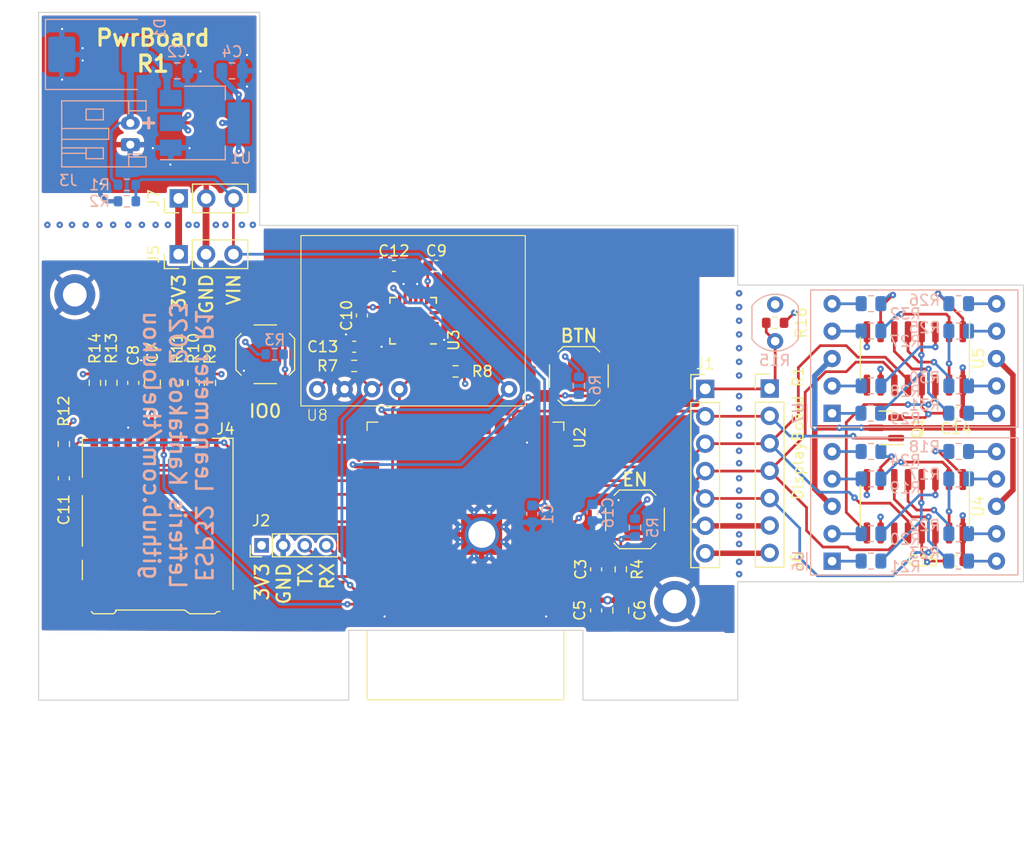
<source format=kicad_pcb>
(kicad_pcb (version 20221018) (generator pcbnew)
  (title_block (title "ESP32 Leanometer") (date "2023-04-15") (rev "R1") (company "github.com/theloukou/Leanometer") (comment 1 "Lefteris Kantakos"))
  (layers (0 "F.Cu" signal) (1 "In1.Cu" signal) (2 "In2.Cu" signal) (31 "B.Cu" signal) (34 "B.Paste" user) (35 "F.Paste" user) (36 "B.SilkS" user "B.Silkscreen") (37 "F.SilkS" user "F.Silkscreen") (38 "B.Mask" user) (39 "F.Mask" user) (44 "Edge.Cuts" user))
  (net 0 "")
  (net 1 "GND")
  (net 2 "/MainBoard/ADC_VBAT")
  (net 3 "+BATT")
  (net 4 "/MainBoard/EN")
  (net 5 "+3V3")
  (net 6 "/MainBoard/SD_DET_B")
  (net 7 "Net-(U3-REGOUT)")
  (net 8 "Net-(U3-CPOUT)")
  (net 9 "/DisplayBoard/ADC_LDR")
  (net 10 "/DisplayBoard/DISP_DATA")
  (net 11 "/DisplayBoard/DISP_CLOCK")
  (net 12 "/DisplayBoard/DISP_LATCH")
  (net 13 "/DisplayBoard/DISP_BRIGHT")
  (net 14 "/MainBoard/RX")
  (net 15 "/MainBoard/TX")
  (net 16 "/MainBoard/SD_D2")
  (net 17 "/MainBoard/SD_SS")
  (net 18 "/MainBoard/SD_MOSI")
  (net 19 "/MainBoard/SD_SCK")
  (net 20 "/MainBoard/SD_MISO")
  (net 21 "/MainBoard/SD_D1")
  (net 22 "/MainBoard/I2C_SCL")
  (net 23 "/MainBoard/I2C_SDA")
  (net 24 "/DisplayBoard/LED_CATH")
  (net 25 "/MainBoard/IO0")
  (net 26 "/MainBoard/BUT")
  (net 41 "/MainBoard/IMU_INT")
  (net 56 "/DisplayBoard/SH_REG_OUT_1")
  (net 57 "Net-(U5-QA)")
  (net 58 "Net-(U7-A)")
  (net 59 "Net-(U5-QB)")
  (net 60 "Net-(U7-B)")
  (net 61 "Net-(U5-QC)")
  (net 62 "Net-(U7-C)")
  (net 63 "Net-(U5-QD)")
  (net 64 "Net-(U7-D)")
  (net 65 "Net-(U5-QE)")
  (net 66 "Net-(U7-E)")
  (net 67 "Net-(U5-QF)")
  (net 68 "Net-(U7-F)")
  (net 69 "Net-(U5-QG)")
  (net 70 "Net-(U7-G)")
  (net 71 "Net-(U5-QH)")
  (net 72 "Net-(U7-DP)")
  (net 74 "Net-(U6-G)")
  (net 75 "Net-(U6-F)")
  (net 76 "Net-(U6-E)")
  (net 77 "Net-(U6-DP)")
  (net 78 "Net-(U6-D)")
  (net 79 "Net-(U6-C)")
  (net 80 "Net-(U6-B)")
  (net 81 "Net-(U6-A)")
  (net 82 "Net-(U4-QH)")
  (net 83 "Net-(U4-QG)")
  (net 84 "Net-(U4-QF)")
  (net 85 "Net-(U4-QE)")
  (net 86 "Net-(U4-QD)")
  (net 87 "Net-(U4-QC)")
  (net 88 "Net-(U4-QB)")
  (net 89 "Net-(U4-QA)")
  (footprint "Resistor_SMD:R_0603_1608Metric" (layer "F.Cu") (at 130.302 94.361)
    (fp_text reference "R7")
    (fp_text value "10K")
  )
  (footprint "Package_TO_SOT_SMD:SOT-23" (layer "F.Cu") (at 179.61 100.102 180)
    (fp_text reference "Q1")
    (fp_text value "BSS138")
  )
  (footprint "Connector_Card:microSD_HC_Hirose_DM3AT-SF-PEJM5" (layer "F.Cu") (at 112.07 108.957)
    (fp_text reference "J4")
    (fp_text value "DM3AT-SF-PEJM5")
  )
  (footprint "Package_SO:SOIC-16_3.9x9.9mm_P1.27mm" (layer "F.Cu") (at 182.2855 107.372 -90)
    (fp_text reference "U4")
    (fp_text value "74HC595")
  )
  (footprint "MPU6050(GY-521):GY-521_NoSlave+AD0" (layer "F.Cu") (at 135.763 90.17 180)
    (fp_text reference "U8")
    (fp_text value "GY-521")
  )
  (footprint "Capacitor_SMD:C_0805_2012Metric" (layer "F.Cu") (at 155.017 117.031 90)
    (fp_text reference "C5")
    (fp_text value "22uF")
  )
  (footprint "Button_Switch_SMD:SW_SPST_SKQG_WithStem" (layer "F.Cu") (at 156.337 108.585 180)
    (fp_text reference "SW2" hide)
    (fp_text value "SW_Push")
  )
  (footprint "Resistor_SMD:R_0603_1608Metric" (layer "F.Cu") (at 103.378 101.6 -90)
    (fp_text reference "R12")
    (fp_text value "10K")
  )
  (footprint "Sensor_Motion:InvenSense_QFN-24_4x4mm_P0.5mm" (layer "F.Cu") (at 135.763 90.17 180)
    (fp_text reference "U3")
    (fp_text value "MPU-6050")
  )
  (footprint "Connector_PinHeader_2.54mm:PinHeader_1x03_P2.54mm_Vertical" (layer "F.Cu") (at 114.024 84.005 90)
    (fp_text reference "J5")
    (fp_text value "Conn_01x03")
  )
  (footprint "Resistor_SMD:R_0603_1608Metric" (layer "F.Cu") (at 155.017 113.221 90)
    (fp_text reference "R4")
    (fp_text value "10K")
  )
  (footprint "Connector_PinHeader_2.54mm:PinHeader_1x07_P2.54mm_Vertical" (layer "F.Cu") (at 162.846 96.49)
    (fp_text reference "J1")
    (fp_text value "Conn_01x07")
  )
  (footprint "RF_Module:ESP32-WROOM-32D" (layer "F.Cu") (at 140.616 109.449 180)
    (fp_text reference "U2")
    (fp_text value "ESP32-WROOM-32D")
  )
  (footprint "Connector_PinHeader_2.54mm:PinHeader_1x03_P2.54mm_Vertical" (layer "F.Cu") (at 114.039 78.83 90)
    (fp_text reference "J7")
    (fp_text value "Conn_01x03")
  )
  (footprint "Resistor_SMD:R_0603_1608Metric" (layer "F.Cu") (at 139.7 94.869 180)
    (fp_text reference "R8")
    (fp_text value "10K")
  )
  (footprint "MountingHole:MountingHole_2.2mm_M2_DIN965_Pad" (layer "F.Cu") (at 104.394 87.757)
    (fp_text reference "H1" hide)
    (fp_text value "MountingHole_Pad")
  )
  (footprint "Resistor_SMD:R_0603_1608Metric" (layer "F.Cu") (at 106.258 95.928 -90)
    (fp_text reference "R14")
    (fp_text value "10K")
  )
  (footprint "Capacitor_SMD:C_0603_1608Metric" (layer "F.Cu") (at 186.0955 98.746 180)
    (fp_text reference "C14")
    (fp_text value "100nF")
  )
  (footprint "Capacitor_SMD:C_0603_1608Metric" (layer "F.Cu") (at 152.731 113.221 90)
    (fp_text reference "C3")
    (fp_text value "100nF")
  )
  (footprint "Connector_PinHeader_2.54mm:PinHeader_1x07_P2.54mm_Vertical" (layer "F.Cu") (at 168.8235 96.455)
    (fp_text reference "J6")
    (fp_text value "Conn_01x07")
  )
  (footprint "Capacitor_SMD:C_0603_1608Metric" (layer "F.Cu") (at 103.378 104.775 90)
    (fp_text reference "C11")
    (fp_text value "100nF")
  )
  (footprint "Resistor_SMD:R_0603_1608Metric" (layer "F.Cu") (at 169.3315 90.364)
    (fp_text reference "R16")
    (fp_text value "10K")
  )
  (footprint "Capacitor_SMD:C_0805_2012Metric" (layer "F.Cu") (at 111.592 95.928 90)
    (fp_text reference "C7")
    (fp_text value "10uF")
  )
  (footprint "Capacitor_SMD:C_0603_1608Metric" (layer "F.Cu") (at 137.922 85.09)
    (fp_text reference "C9")
    (fp_text value "100nF")
  )
  (footprint "Capacitor_SMD:C_0603_1608Metric" (layer "F.Cu") (at 133.985 85.09)
    (fp_text reference "C12")
    (fp_text value "100nF")
  )
  (footprint "Connector_PinHeader_2.00mm:PinHeader_1x04_P2.00mm_Vertical" (layer "F.Cu") (at 121.714 110.998 90)
    (fp_text reference "J2")
    (fp_text value "PROG")
  )
  (footprint "Capacitor_SMD:C_0603_1608Metric" (layer "F.Cu") (at 186.0955 112.452 180)
    (fp_text reference "C15")
    (fp_text value "100nF")
  )
  (footprint "Package_SO:SOIC-16_3.9x9.9mm_P1.27mm" (layer "F.Cu") (at 182.2855 93.666 -90)
    (fp_text reference "U5")
    (fp_text value "74HC595")
  )
  (footprint "Capacitor_SMD:C_0603_1608Metric" (layer "F.Cu") (at 109.814 95.928 -90)
    (fp_text reference "C8")
    (fp_text value "100nF")
  )
  (footprint "Resistor_SMD:R_0603_1608Metric" (layer "F.Cu") (at 115.402 95.928 -90)
    (fp_text reference "R10")
    (fp_text value "10K")
  )
  (footprint "Resistor_SMD:R_0603_1608Metric" (layer "F.Cu") (at 107.782 95.928 -90)
    (fp_text reference "R13")
    (fp_text value "10K")
  )
  (footprint "Capacitor_SMD:C_0603_1608Metric" (layer "F.Cu") (at 130.302 92.583)
    (fp_text reference "C13")
    (fp_text value "2.2nF")
  )
  (footprint "Button_Switch_SMD:SW_SPST_SKQG_WithStem" (layer "F.Cu") (at 151.13 95.294 180)
    (fp_text reference "SW3" hide)
    (fp_text value "SW_Push")
  )
  (footprint "Capacitor_SMD:C_0603_1608Metric" (layer "F.Cu") (at 131.019 89.682 90)
    (fp_text reference "C10")
    (fp_text value "100nF")
  )
  (footprint "Capacitor_SMD:C_0603_1608Metric" (layer "F.Cu") (at 152.731 117.031 -90)
    (fp_text reference "C6")
    (fp_text value "100nF")
  )
  (footprint "Button_Switch_SMD:SW_SPST_SKQG_WithStem" (layer "F.Cu") (at 122.0555 93.2815 -90)
    (fp_text reference "SW1" hide)
    (fp_text value "SW_Push")
  )
  (footprint "MountingHole:MountingHole_2.2mm_M2_DIN965_Pad" (layer "F.Cu") (at 160.02 116.205)
    (fp_text reference "H2" hide)
    (fp_text value "MountingHole_Pad")
  )
  (footprint "Resistor_SMD:R_0603_1608Metric" (layer "F.Cu") (at 113.878 95.928 -90)
    (fp_text reference "R11")
    (fp_text value "10K")
  )
  (footprint "Resistor_SMD:R_0603_1608Metric" (layer "F.Cu") (at 116.926 95.928 -90)
    (fp_text reference "R9")
    (fp_text value "10K")
  )
  (footprint "Resistor_SMD:R_0603_1608Metric" (layer "B.Cu") (at 156.337 109.347 -90)
    (fp_text reference "R5")
    (fp_text value "10K")
  )
  (footprint "Resistor_SMD:R_0805_2012Metric" (layer "B.Cu") (at 186.3495 109.912)
    (fp_text reference "R22")
    (fp_text value "100R")
  )
  (footprint "Resistor_SMD:R_0603_1608Metric" (layer "B.Cu") (at 122.9255 93.2815)
    (fp_text reference "R3")
    (fp_text value "10K")
  )
  (footprint "Package_TO_SOT_SMD:SOT-223-3_TabPin2" (layer "B.Cu") (at 116.439 71.83)
    (fp_text reference "U1")
    (fp_text value "LD1117S33TR_SOT223")
  )
  (footprint "Capacitor_SMD:C_0603_1608Metric" (layer "B.Cu") (at 146.812 108.077 90)
    (fp_text reference "C1")
    (fp_text value "100nF")
  )
  (footprint "Resistor_SMD:R_0805_2012Metric" (layer "B.Cu") (at 178.2215 104.832 180)
    (fp_text reference "R19")
    (fp_text value "100R")
  )
  (footprint "Resistor_SMD:R_0805_2012Metric" (layer "B.Cu") (at 186.3495 88.586)
    (fp_text reference "R26")
    (fp_text value "100R")
  )
  (footprint "Diode_SMD:D_SMC" (layer "B.Cu") (at 106.5838 65.48)
    (fp_text reference "D1")
    (fp_text value "SMCJ15A")
  )
  (footprint "Resistor_SMD:R_0805_2012Metric" (layer "B.Cu") (at 186.3495 98.746)
    (fp_text reference "R31")
    (fp_text value "100R")
  )
  (footprint "Capacitor_SMD:C_0805_2012Metric" (layer "B.Cu") (at 118.979 67.004)
    (fp_text reference "C4")
    (fp_text value "10uF")
  )
  (footprint "Resistor_SMD:R_0805_2012Metric" (layer "B.Cu") (at 178.2215 91.126 180)
    (fp_text reference "R27")
    (fp_text value "100R")
  )
  (footprint "Display_7Segment:D1X8K" (layer "B.Cu") (at 174.612 112.462)
    (fp_text reference "U6")
    (fp_text value "D168K")
  )
  (footprint "Resistor_SMD:R_0805_2012Metric" (layer "B.Cu") (at 186.3495 91.126)
    (fp_text reference "R25")
    (fp_text value "100R")
  )
  (footprint "Resistor_SMD:R_0805_2012Metric" (layer "B.Cu") (at 186.3495 104.832)
    (fp_text reference "R17")
    (fp_text value "100R")
  )
  (footprint "Resistor_SMD:R_0805_2012Metric" (layer "B.Cu") (at 178.2215 109.912 180)
    (fp_text reference "R20")
    (fp_text value "100R")
  )
  (footprint "Resistor_SMD:R_0805_2012Metric" (layer "B.Cu") (at 186.3495 96.206)
    (fp_text reference "R30")
    (fp_text value "100R")
  )
  (footprint "Display_7Segment:D1X8K" (layer "B.Cu") (at 174.612 98.758)
    (fp_text reference "U7")
    (fp_text value "D168K")
  )
  (footprint "Resistor_SMD:R_0805_2012Metric" (layer "B.Cu") (at 178.197 98.746 180)
    (fp_text reference "R29")
    (fp_text value "100R")
  )
  (footprint "OptoDevice:R_LDR_5.1x4.3mm_P3.4mm_Vertical" (layer "B.Cu") (at 169.3315 88.664 -90)
    (fp_text reference "R15")
    (fp_text value "LDR07")
  )
  (footprint "Resistor_SMD:R_0805_2012Metric" (layer "B.Cu") (at 178.2215 88.586 180)
    (fp_text reference "R32")
    (fp_text value "100R")
  )
  (footprint "Capacitor_SMD:C_0805_2012Metric" (layer "B.Cu") (at 113.899 67.004)
    (fp_text reference "C2")
    (fp_text value "10uF")
  )
  (footprint "Resistor_SMD:R_0603_1608Metric" (layer "B.Cu") (at 109.2254 77.5704)
    (fp_text reference "R1")
    (fp_text value "33K")
  )
  (footprint "Resistor_SMD:R_0805_2012Metric" (layer "B.Cu") (at 178.2215 112.452 180)
    (fp_text reference "R21")
    (fp_text value "100R")
  )
  (footprint "Resistor_SMD:R_0805_2012Metric" (layer "B.Cu") (at 186.3495 102.292)
    (fp_text reference "R18")
    (fp_text value "100R")
  )
  (footprint "Resistor_SMD:R_0603_1608Metric" (layer "B.Cu") (at 151.13 96.202 -90)
    (fp_text reference "R6")
    (fp_text value "10K")
  )
  (footprint "Resistor_SMD:R_0805_2012Metric" (layer "B.Cu") (at 186.3495 112.452)
    (fp_text reference "R23")
    (fp_text value "100R")
  )
  (footprint "Resistor_SMD:R_0805_2012Metric" (layer "B.Cu") (at 178.2215 96.206 180)
    (fp_text reference "R28")
    (fp_text value "100R")
  )
  (footprint "Resistor_SMD:R_0603_1608Metric" (layer "B.Cu") (at 109.2254 79.0944 180)
    (fp_text reference "R2")
    (fp_text value "8.2K")
  )
  (footprint "Resistor_SMD:R_0805_2012Metric" (layer "B.Cu") (at 178.2215 102.292 180)
    (fp_text reference "R24")
    (fp_text value "100R")
  )
  (footprint "Connector_JST:JST_PH_S2B-PH-K_1x02_P2.00mm_Horizontal" (layer "B.Cu") (at 109.5418 73.846 90)
    (fp_text reference "J3")
    (fp_text value "VBAT")
  )
  (footprint "Capacitor_SMD:C_0603_1608Metric" (layer "B.Cu") (at 152.4 107.963 90)
    (fp_text reference "C16")
    (fp_text value "100nF")
  )
  (gr_line (start 192.362 114.368) (end 165.862 114.368) (stroke (width 0.1)) (layer "Edge.Cuts"))
  (gr_line (start 165.862 114.368) (end 165.862 125.349) (stroke (width 0.1)) (layer "Edge.Cuts"))
  (gr_line (start 101.039 81.33) (end 101.039 125.349) (stroke (width 0.1)) (layer "Edge.Cuts"))
  (gr_line (start 165.862 81.33) (end 165.862 86.868) (stroke (width 0.1)) (layer "Edge.Cuts"))
  (gr_line (start 121.539 61.58) (end 121.539 81.33) (stroke (width 0.1)) (layer "Edge.Cuts"))
  (gr_line (start 121.539 81.33) (end 165.862 81.33) (stroke (width 0.1)) (layer "Edge.Cuts"))
  (gr_line (start 192.362 86.868) (end 192.362 114.368) (stroke (width 0.1)) (layer "Edge.Cuts"))
  (gr_line (start 101.039 125.349) (end 129.794 125.349) (stroke (width 0.1)) (layer "Edge.Cuts"))
  (gr_line (start 121.539 61.58) (end 101.039 61.58) (stroke (width 0.1)) (layer "Edge.Cuts"))
  (gr_line (start 101.039 61.58) (end 101.039 81.33) (stroke (width 0.1)) (layer "Edge.Cuts"))
  (gr_line (start 129.794 118.872) (end 129.794 125.349) (stroke (width 0.1)) (layer "Edge.Cuts"))
  (gr_line (start 165.862 125.349) (end 151.511 125.349) (stroke (width 0.1)) (layer "Edge.Cuts"))
  (gr_line (start 151.511 118.872) (end 129.794 118.872) (stroke (width 0.1)) (layer "Edge.Cuts"))
  (gr_line (start 165.862 86.868) (end 192.362 86.868) (stroke (width 0.1)) (layer "Edge.Cuts"))
  (gr_line (start 151.511 125.349) (end 151.511 118.872) (stroke (width 0.1)) (layer "Edge.Cuts"))
  (gr_text "+" (at 111.252 71.755) (layer "B.SilkS") (effects (font (size 1.2 1.2) (thickness 0.3) bold)))
  (gr_text "ESP32 Leanometer R1\nLefteris Kantakos 2023\ngithub.com/theloukou" (at 113.919 101.727 -90) (layer "B.SilkS") (effects (font (size 1.5 1.5) (thickness 0.25) bold) (justify mirror)))
  (gr_text "3V3\nGND\nTX\nRX" (at 121.031 112.522 90) (layer "F.SilkS") (effects (font (size 1.25 1.25) (thickness 0.2) bold) (justify right top)))
  (gr_text "EN" (at 156.337 104.902) (layer "F.SilkS") (effects (font (size 1.2 1.2) (thickness 0.2) bold)))
  (gr_text "BTN" (at 151.13 91.567) (layer "F.SilkS") (effects (font (size 1.2 1.2) (thickness 0.2) bold)))
  (gr_text "IO0" (at 122.047 98.552) (layer "F.SilkS") (effects (font (size 1.2 1.2) (thickness 0.2) bold)))
  (gr_text "VIN" (at 119.126 85.725 90) (layer "F.SilkS") (effects (font (size 1.2 1.2) (thickness 0.2) bold) (justify right)))
  (gr_text "PwrBoard\nR1" (at 111.633 65.151) (layer "F.SilkS") (effects (font (size 1.5 1.5) (thickness 0.3) bold)))
  (gr_text "GND" (at 116.586 85.725 90) (layer "F.SilkS") (effects (font (size 1.2 1.2) (thickness 0.2) bold) (justify right)))
  (gr_text "DisplayBoard R1" (at 171.45 100.584 90) (layer "F.SilkS") (effects (font (size 1 1))))
  (gr_text "3V3" (at 114.046 85.725 90) (layer "F.SilkS") (effects (font (size 1.2 1.2) (thickness 0.2) bold) (justify right)))
  (via (at 109.347 81.28) (size 0.6) (drill 0.2) (layers "F.Cu" "B.Cu") (net 0))
  (via (at 117.475 81.28) (size 0.6) (drill 0.2) (layers "F.Cu" "B.Cu") (net 0))
  (via (at 165.989 109.982) (size 0.6) (drill 0.2) (layers "F.Cu" "B.Cu") (net 0))
  (via (at 165.989 112.522) (size 0.6) (drill 0.2) (layers "F.Cu" "B.Cu") (net 0))
  (via (at 165.989 103.378) (size 0.6) (drill 0.2) (layers "F.Cu" "B.Cu") (net 0))
  (via (at 110.617 81.28) (size 0.6) (drill 0.2) (layers "F.Cu" "B.Cu") (net 0))
  (via (at 101.854 81.28) (size 0.6) (drill 0.2) (layers "F.Cu" "B.Cu") (net 0))
  (via (at 115.697 81.28) (size 0.6) (drill 0.2) (layers "F.Cu" "B.Cu") (net 0))
  (via (at 104.14 81.28) (size 0.6) (drill 0.2) (layers "F.Cu" "B.Cu") (net 0))
  (via (at 165.989 110.871) (size 0.6) (drill 0.2) (layers "F.Cu" "B.Cu") (net 0))
  (via (at 105.41 81.28) (size 0.6) (drill 0.2) (layers "F.Cu" "B.Cu") (net 0))
  (via (at 165.989 113.665) (size 0.6) (drill 0.2) (layers "F.Cu" "B.Cu") (net 0))
  (via (at 113.03 81.28) (size 0.6) (drill 0.2) (layers "F.Cu" "B.Cu") (net 0))
  (via (at 165.989 102.235) (size 0.6) (drill 0.2) (layers "F.Cu" "B.Cu") (net 0))
  (via (at 165.989 95.25) (size 0.6) (drill 0.2) (layers "F.Cu" "B.Cu") (net 0))
  (via (at 165.989 90.17) (size 0.6) (drill 0.2) (layers "F.Cu" "B.Cu") (net 0))
  (via (at 165.989 97.155) (size 0.6) (drill 0.2) (layers "F.Cu" "B.Cu") (net 0))
  (via (at 165.989 107.315) (size 0.6) (drill 0.2) (layers "F.Cu" "B.Cu") (net 0))
  (via (at 114.935 81.28) (size 0.6) (drill 0.2) (layers "F.Cu" "B.Cu") (net 0))
  (via (at 107.95 81.28) (size 0.6) (drill 0.2) (layers "F.Cu" "B.Cu") (net 0))
  (via (at 119.888 81.28) (size 0.6) (drill 0.2) (layers "F.Cu" "B.Cu") (net 0))
  (via (at 165.989 88.9) (size 0.6) (drill 0.2) (layers "F.Cu" "B.Cu") (net 0))
  (via (at 165.989 93.98) (size 0.6) (drill 0.2) (layers "F.Cu" "B.Cu") (net 0))
  (via (at 165.989 104.775) (size 0.6) (drill 0.2) (layers "F.Cu" "B.Cu") (net 0))
  (via (at 118.364 81.28) (size 0.6) (drill 0.2) (layers "F.Cu" "B.Cu") (net 0))
  (via (at 165.989 98.298) (size 0.6) (drill 0.2) (layers "F.Cu" "B.Cu") (net 0))
  (via (at 165.989 100.838) (size 0.6) (drill 0.2) (layers "F.Cu" "B.Cu") (net 0))
  (via (at 165.989 105.918) (size 0.6) (drill 0.2) (layers "F.Cu" "B.Cu") (net 0))
  (via (at 165.989 87.63) (size 0.6) (drill 0.2) (layers "F.Cu" "B.Cu") (net 0))
  (via (at 165.989 92.71) (size 0.6) (drill 0.2) (layers "F.Cu" "B.Cu") (net 0))
  (via (at 165.989 91.44) (size 0.6) (drill 0.2) (layers "F.Cu" "B.Cu") (net 0))
  (via (at 120.904 81.28) (size 0.6) (drill 0.2) (layers "F.Cu" "B.Cu") (net 0))
  (via (at 111.887 81.28) (size 0.6) (drill 0.2) (layers "F.Cu" "B.Cu") (net 0))
  (via (at 106.68 81.28) (size 0.6) (drill 0.2) (layers "F.Cu" "B.Cu") (net 0))
  (via (at 165.989 108.331) (size 0.6) (drill 0.2) (layers "F.Cu" "B.Cu") (net 0))
  (via (at 165.989 99.695) (size 0.6) (drill 0.2) (layers "F.Cu" "B.Cu") (net 0))
  (via (at 102.997 81.28) (size 0.6) (drill 0.2) (layers "F.Cu" "B.Cu") (net 0))
  (segment (start 170.1565 90.364) (end 170.171 90.364) (width 0.254) (layer "F.Cu") (net 1))
  (segment (start 183.42 112.548) (end 183.516 112.452) (width 0.254) (layer "F.Cu") (net 1))
  (segment (start 132.842 92.583) (end 132.842 91.821) (width 0.254) (layer "F.Cu") (net 1))
  (segment (start 135.013 86.8907) (end 134.8833 86.761) (width 0.254) (layer "F.Cu") (net 1))
  (segment (start 148.211 117.699) (end 148.104 117.592) (width 0.254) (layer "F.Cu") (net 1))
  (segment (start 183.633 98.746) (end 185.3205 98.746) (width 0.254) (layer "F.Cu") (net 1))
  (segment (start 135.013 88.22) (end 135.013 86.8907) (width 0.254) (layer "F.Cu") (net 1))
  (segment (start 183.516 112.452) (end 185.3205 112.452) (width 0.254) (layer "F.Cu") (net 1))
  (segment (start 131.866 117.699) (end 133.011 117.699) (width 0.254) (layer "F.Cu") (net 1))
  (segment (start 136.013 88.22) (end 136.013 86.8907) (width 0.254) (layer "F.Cu") (net 1))
  (segment (start 149.366 117.699) (end 148.211 117.699) (width 0.254) (layer "F.Cu") (net 1))
  (segment (start 177.8405 91.191) (end 177.8405 92.6005) (width 0.254) (layer "F.Cu") (net 1))
  (segment (start 177.8405 104.897) (end 177.8405 106.3165) (width 0.254) (layer "F.Cu") (net 1))
  (segment (start 136.013 86.8907) (end 136.1427 86.761) (width 0.254) (layer "F.Cu") (net 1))
  (segment (start 183.42 112.548) (end 182.9205 112.0485) (width 0.254) (layer "F.Cu") (net 1))
  (segment (start 138.111 91.42) (end 137.713 91.42) (width 0.254) (layer "F.Cu") (net 1))
  (segment (start 183.547 98.832) (end 183.633 98.746) (width 0.254) (layer "F.Cu") (net 1))
  (segment (start 183.547 98.832) (end 182.9205 98.2055) (width 0.254) (layer "F.Cu") (net 1))
  (segment (start 182.9205 112.0485) (end 182.9205 109.847) (width 0.254) (layer "F.Cu") (net 1))
  (segment (start 168.7885 109.19) (end 168.8235 109.155) (width 0.508) (layer "F.Cu") (net 1))
  (segment (start 138.639 91.948) (end 138.111 91.42) (width 0.254) (layer "F.Cu") (net 1))
  (segment (start 116.564 84.005) (end 116.564 78.845) (width 0.635) (layer "F.Cu") (net 1))
  (segment (start 180.5475 99.152) (end 183.227 99.152) (width 0.254) (layer "F.Cu") (net 1))
  (segment (start 183.227 99.152) (end 183.547 98.832) (width 0.254) (layer "F.Cu") (net 1))
  (segment (start 146.326 99.939) (end 146.326 101.463) (width 0.254) (layer "F.Cu") (net 1))
  (segment (start 116.564 78.845) (end 116.579 78.83) (width 0.635) (layer "F.Cu") (net 1))
  (segment (start 177.8405 106.3165) (end 177.832 106.325) (width 0.254) (layer "F.Cu") (net 1))
  (segment (start 170.171 90.364) (end 171.101 89.434) (width 0.254) (layer "F.Cu") (net 1))
  (segment (start 132.842 91.821) (end 133.243 91.42) (width 0.254) (layer "F.Cu") (net 1))
  (segment (start 177.8405 92.6005) (end 177.832 92.609) (width 0.254) (layer "F.Cu") (net 1))
  (segment (start 133.011 117.699) (end 133.118 117.592) (width 0.254) (layer "F.Cu") (net 1))
  (segment (start 162.846 109.19) (end 168.7885 109.19) (width 0.508) (layer "F.Cu") (net 1))
  (segment (start 182.9205 98.2055) (end 182.9205 96.141) (width 0.254) (layer "F.Cu") (net 1))
  (segment (start 133.243 91.42) (end 133.813 91.42) (width 0.254) (layer "F.Cu") (net 1))
  (via (at 109.347 100.076) (size 0.6) (drill 0.2) (layers "F.Cu" "B.Cu") (net 1))
  (via (at 171.101 89.434) (size 0.6) (drill 0.2) (layers "F.Cu" "B.Cu") (net 1))
  (via (at 120.0785 94.8055) (size 0.6) (drill 0.2) (layers "F.Cu" "B.Cu") (net 1))
  (via (at 120.361 68.453) (size 0.6) (drill 0.2) (layers "F.Cu" "B.Cu") (net 1))
  (via (at 129.54 91.44) (size 0.6) (drill 0.2) (layers "F.Cu" "B.Cu") (net 1))
  (via (at 133.118 117.592) (size 0.6) (drill 0.2) (layers "F.Cu" "B.Cu") (net 1))
  (via (at 177.832 106.325) (size 0.6) (drill 0.2) (layers "F.Cu" "B.Cu") (net 1))
  (via (at 113.249 75.692) (size 0.6) (drill 0.2) (layers "F.Cu" "B.Cu") (net 1))
  (via (at 116.043 67.056) (size 0.6) (drill 0.2) (layers "F.Cu" "B.Cu") (net 1))
  (via (at 106.772 77.47) (size 0.6) (drill 0.2) (layers "F.Cu" "B.Cu") (net 1))
  (via (at 177.832 92.609) (size 0.6) (drill 0.2) (layers "F.Cu" "B.Cu") (net 1))
  (via (at 146.326 101.463) (size 0.6) (drill 0.2) (layers "F.Cu" "B.Cu") (net 1))
  (via (at 136.1427 86.761) (size 0.6) (drill 0.2) (layers "F.Cu" "B.Cu") (net 1))
  (via (at 111.633 74.168) (size 0.6) (drill 0.2) (layers "F.Cu" "B.Cu") (net 1))
  (via (at 148.104 117.592) (size 0.6) (drill 0.2) (layers "F.Cu" "B.Cu") (net 1))
  (via (at 132.842 92.583) (size 0.6) (drill 0.2) (layers "F.Cu" "B.Cu") (net 1))
  (via (at 110.546 93.844) (size 0.6) (drill 0.2) (layers "F.Cu" "B.Cu") (net 1))
  (via (at 138.639 91.948) (size 0.6) (drill 0.2) (layers "F.Cu" "B.Cu") (net 1))
  (via (at 103.216 67.818) (size 0.6) (drill 0.2) (layers "F.Cu" "B.Cu") (net 1))
  (via (at 105.121 64.897) (size 0.6) (drill 0.2) (layers "F.Cu" "B.Cu") (net 1))
  (via (at 183.42 112.548) (size 0.6) (drill 0.2) (layers "F.Cu" "B.Cu") (net 1))
  (via (at 105.121 66.04) (size 0.6) (drill 0.2) (layers "F.Cu" "B.Cu") (net 1))
  (via (at 114.9 65.532) (size 0.6) (drill 0.2) (layers "F.Cu" "B.Cu") (net 1))
  (via (at 183.547 98.832) (size 0.6) (drill 0.2) (layers "F.Cu" "B.Cu") (net 1))
  (via (at 134.8833 86.761) (size 0.6) (drill 0.2) (layers "F.Cu" "B.Cu") (net 1))
  (via (at 120.361 65.532) (size 0.6) (drill 0.2) (layers "F.Cu" "B.Cu") (net 1))
  (via (at 154.813 106.807) (size 0.6) (drill 0.2) (layers "F.Cu" "B.Cu") (net 1))
  (via (at 115.027 74.168) (size 0.6) (drill 0.2) (layers "F.Cu" "B.Cu") (net 1))
  (via (at 103.216 63.119) (size 0.6) (drill 0.2) (layers "F.Cu" "B.Cu") (net 1))
  (segment (start 116.564 78.845) (end 116.579 78.83) (width 0.635) (layer "B.Cu") (net 1))
  (segment (start 106.772 77.47) (end 106.772 78.486) (width 0.4064) (layer "B.Cu") (net 1))
  (segment (start 106.772 78.486) (end 107.3804 79.0944) (width 0.4064) (layer "B.Cu") (net 1))
  (segment (start 107.3804 79.0944) (end 108.4004 79.0944) (width 0.4064) (layer "B.Cu") (net 1))
  (segment (start 168.7885 109.19) (end 168.8235 109.155) (width 0.508) (layer "B.Cu") (net 1))
  (segment (start 119.104 84.005) (end 119.104 78.845) (width 0.254) (layer "F.Cu") (net 2))
  (segment (start 149.366 107.539) (end 148.179 107.539) (width 0.254) (layer "F.Cu") (net 2))
  (segment (start 148.179 107.539) (end 147.955 107.315) (width 0.254) (layer "F.Cu") (net 2))
  (segment (start 119.104 78.845) (end 119.119 78.83) (width 0.254) (layer "F.Cu") (net 2))
  (via (at 147.955 107.315) (size 0.6) (drill 0.2) (layers "F.Cu" "B.Cu") (net 2))
  (segment (start 119.104 78.845) (end 119.119 78.83) (width 0.254) (layer "B.Cu") (net 2))
  (segment (start 147.942 107.302) (end 147.955 107.315) (width 0.254) (layer "B.Cu") (net 2))
  (segment (start 117.369 77.08) (end 119.119 78.83) (width 0.254) (layer "B.Cu") (net 2))
  (segment (start 146.812 107.302) (end 147.942 107.302) (width 0.254) (layer "B.Cu") (net 2))
  (segment (start 110.0504 77.5704) (end 110.5408 77.08) (width 0.254) (layer "B.Cu") (net 2))
  (segment (start 147.955 95.631) (end 136.329 84.005) (width 0.254) (layer "B.Cu") (net 2))
  (segment (start 147.955 107.315) (end 147.955 95.631) (width 0.254) (layer "B.Cu") (net 2))
  (segment (start 110.5408 77.08) (end 117.369 77.08) (width 0.254) (layer "B.Cu") (net 2))
  (segment (start 110.0504 77.5704) (end 110.0504 79.0944) (width 0.254) (layer "B.Cu") (net 2))
  (segment (start 136.329 84.005) (end 119.104 84.005) (width 0.254) (layer "B.Cu") (net 2))
  (segment (start 108.4004 77.5704) (end 107.789 76.959) (width 0.254) (layer "B.Cu") (net 3))
  (segment (start 107.789 76.959) (end 107.789 72.58) (width 0.254) (layer "B.Cu") (net 3))
  (segment (start 109.5418 71.846) (end 109.5418 65.922) (width 0.635) (layer "B.Cu") (net 3))
  (segment (start 112.949 67.004) (end 112.949 69.19) (width 0.635) (layer "B.Cu") (net 3))
  (segment (start 109.9838 65.48) (end 111.425 65.48) (width 0.635) (layer "B.Cu") (net 3))
  (segment (start 111.425 65.48) (end 112.949 67.004) (width 0.635) (layer "B.Cu") (net 3))
  (segment (start 108.523 71.846) (end 109.5418 71.846) (width 0.254) (layer "B.Cu") (net 3))
  (segment (start 112.949 69.19) (end 113.289 69.53) (width 0.635) (layer "B.Cu") (net 3))
  (segment (start 107.789 72.58) (end 108.523 71.846) (width 0.254) (layer "B.Cu") (net 3))
  (segment (start 109.5418 65.922) (end 109.9838 65.48) (width 0.635) (layer "B.Cu") (net 3))
  (segment (start 152.731 113.996) (end 153.417 113.996) (width 0.254) (layer "F.Cu") (net 4))
  (segment (start 155.017 110.485) (end 155.067 110.435) (width 0.254) (layer "F.Cu") (net 4))
  (segment (start 153.417 113.996) (end 155.017 112.396) (width 0.254) (layer "F.Cu") (net 4))
  (segment (start 155.067 110.435) (end 159.437 110.435) (width 0.254) (layer "F.Cu") (net 4))
  (segment (start 155.017 112.396) (end 155.067974 112.396) (width 0.254) (layer "F.Cu") (net 4))
  (segment (start 151.568 115.159) (end 152.731 113.996) (width 0.254) (layer "F.Cu") (net 4))
  (segment (start 152.781 114.046) (end 152.731 113.996) (width 0.254) (layer "F.Cu") (net 4))
  (segment (start 155.017 112.396) (end 155.017 110.485) (width 0.254) (layer "F.Cu") (net 4))
  (segment (start 153.237 110.435) (end 155.067 110.435) (width 0.254) (layer "F.Cu") (net 4))
  (segment (start 149.366 115.159) (end 151.568 115.159) (width 0.254) (layer "F.Cu") (net 4))
  (via (at 155.067 110.435) (size 0.6) (drill 0.2) (layers "F.Cu" "B.Cu") (net 4))
  (segment (start 156.337 110.172) (end 155.33 110.172) (width 0.254) (layer "B.Cu") (net 4))
  (segment (start 155.33 110.172) (end 155.067 110.435) (width 0.254) (layer "B.Cu") (net 4))
  (segment (start 156.082 110.427) (end 156.337 110.172) (width 0.254) (layer "B.Cu") (net 4))
  (segment (start 106.258 95.103) (end 107.782 95.103) (width 0.254) (layer "F.Cu") (net 5))
  (segment (start 137.115 85.122) (end 137.147 85.09) (width 0.254) (layer "F.Cu") (net 5))
  (segment (start 111.592 96.878) (end 109.989 96.878) (width 0.508) (layer "F.Cu") (net 5))
  (segment (start 132.035 88.92) (end 131.032 88.92) (width 0.254) (layer "F.Cu") (net 5))
  (segment (start 152.731 116.256) (end 152.558 116.429) (width 0.508) (layer "F.Cu") (net 5))
  (segment (start 105.176 95.103) (end 105.156 95.123) (width 0.254) (layer "F.Cu") (net 5))
  (segment (start 111.545 96.925) (end 111.592 96.878) (width 0.508) (layer "F.Cu") (net 5))
  (segment (start 155.017 114.046) (end 155.017 116.081) (width 0.254) (layer "F.Cu") (net 5))
  (segment (start 106.258 95.103) (end 105.176 95.103) (width 0.254) (layer "F.Cu") (net 5))
  (segment (start 116.926 95.103) (end 117.963 95.103) (width 0.254) (layer "F.Cu") (net 5))
  (segment (start 117.963 95.103) (end 117.983 95.123) (width 0.254) (layer "F.Cu") (net 5))
  (segment (start 126.873 96.52) (end 129.032 94.361) (width 0.254) (layer "F.Cu") (net 5))
  (segment (start 109.989 96.878) (end 109.814 96.703) (width 0.508) (layer "F.Cu") (net 5))
  (segment (start 140.525 94.869) (end 140.525 95.948) (width 0.254) (layer "F.Cu") (net 5))
  (segment (start 155.017 116.081) (end 153.8 116.081) (width 0.508) (layer "F.Cu") (net 5))
  (segment (start 129.032 94.361) (end 129.477 94.361) (width 0.254) (layer "F.Cu") (net 5))
  (segment (start 103.378 100.775) (end 103.378 100.33) (width 0.254) (layer "F.Cu") (net 5))
  (segment (start 133.813 88.92) (end 132.035 88.92) (width 0.254) (layer "F.Cu") (net 5))
  (segment (start 179.1105 108.3655) (end 179.102 108.357) (width 0.254) (layer "F.Cu") (net 5))
  (segment (start 186.7305 98.606) (end 186.7305 96.141) (width 0.4064) (layer "F.Cu") (net 5))
  (segment (start 179.1105 96.141) (end 179.1105 94.6495) (width 0.254) (layer "F.Cu") (net 5))
  (segment (start 186.7305 112.312) (end 186.7305 109.847) (width 0.4064) (layer "F.Cu") (net 5))
  (segment (start 162.846 111.73) (end 168.7885 111.73) (width 0.508) (layer "F.Cu") (net 5))
  (segment (start 111.545 101.232) (end 111.545 96.925) (width 0.4064) (layer "F.Cu") (net 5))
  (segment (start 153.797 116.078) (end 153.794 116.081) (width 0.508) (layer "F.Cu") (net 5))
  (segment (start 137.115 87.119961) (end 137.115 86.507) (width 0.254) (layer "F.Cu") (net 5))
  (segment (start 137.115 86.507) (end 137.115 85.122) (width 0.254) (layer "F.Cu") (net 5))
  (segment (start 186.8705 112.452) (end 186.7305 112.312) (width 0.4064) (layer "F.Cu") (net 5))
  (segment (start 152.906 116.081) (end 152.731 116.256) (width 0.508) (layer "F.Cu") (net 5))
  (segment (start 186.7305 109.847) (end 186.7305 108.2385) (width 0.4064) (layer "F.Cu") (net 5))
  (segment (start 114.024 78.845) (end 114.039 78.83) (width 0.635) (layer "F.Cu") (net 5))
  (segment (start 153.8 116.081) (end 153.797 116.078) (width 0.508) (layer "F.Cu") (net 5))
  (segment (start 168.7885 111.73) (end 168.8235 111.695) (width 0.508) (layer "F.Cu") (net 5))
  (segment (start 186.8705 98.746) (end 186.7305 98.606) (width 0.4064) (layer "F.Cu") (net 5))
  (segment (start 131.032 88.92) (end 131.019 88.907) (width 0.254) (layer "F.Cu") (net 5))
  (segment (start 179.1105 94.6495) (end 179.102 94.641) (width 0.254) (layer "F.Cu") (net 5))
  (segment (start 116.926 95.103) (end 115.402 95.103) (width 0.254) (layer "F.Cu") (net 5))
  (segment (start 186.7305 108.2385) (end 186.722 108.23) (width 0.4064) (layer "F.Cu") (net 5))
  (segment (start 140.525 95.948) (end 140.589 96.012) (width 0.254) (layer "F.Cu") (net 5))
  (segment (start 153.794 116.081) (end 152.906 116.081) (width 0.508) (layer "F.Cu") (net 5))
  (segment (start 136.513 87.721961) (end 137.115 87.119961) (width 0.254) (layer "F.Cu") (net 5))
  (segment (start 114.024 84.005) (end 114.024 78.845) (width 0.635) (layer "F.Cu") (net 5))
  (segment (start 103.378 100.33) (end 104.267 99.441) (width 0.254) (layer "F.Cu") (net 5))
  (segment (start 186.7305 94.5225) (end 186.722 94.514) (width 0.4064) (layer "F.Cu") (net 5))
  (segment (start 115.402 95.103) (end 113.878 95.103) (width 0.254) (layer "F.Cu") (net 5))
  (segment (start 179.1105 109.847) (end 179.1105 108.3655) (width 0.254) (layer "F.Cu") (net 5))
  (segment (start 186.7305 96.141) (end 186.7305 94.5225) (width 0.4064) (layer "F.Cu") (net 5))
  (segment (start 136.513 88.22) (end 136.513 87.721961) (width 0.254) (layer "F.Cu") (net 5))
  (segment (start 152.558 116.429) (end 149.366 116.429) (width 0.508) (layer "F.Cu") (net 5))
  (via (at 149.86 93.4913) (size 0.6) (drill 0.2) (layers "F.Cu" "B.Cu") (net 5))
  (via (at 179.102 108.357) (size 0.6) (drill 0.2) (layers "F.Cu" "B.Cu") (net 5))
  (via (at 119.599 74.422) (size 0.6) (drill 0.2) (layers "F.Cu" "B.Cu") (net 5))
  (via (at 179.102 94.641) (size 0.6) (drill 0.2) (layers "F.Cu" "B.Cu") (net 5))
  (via (at 117.983 95.123) (size 0.6) (drill 0.2) (layers "F.Cu" "B.Cu") (net 5))
  (via (at 120.2055 92.1385) (size 0.6) (drill 0.2) (layers "F.Cu" "B.Cu") (net 5))
  (via (at 186.722 94.514) (size 0.6) (drill 0.2) (layers "F.Cu" "B.Cu") (net 5))
  (via (at 118.075 71.83) (size 0.6) (drill 0.2) (layers "F.Cu" "B.Cu") (net 5))
  (via (at 157.48 106.744) (size 0.6) (drill 0.2) (layers "F.Cu" "B.Cu") (net 5))
  (via (at 111.545 98.806) (size 0.6) (drill 0.2) (layers "F.Cu" "B.Cu") (net 5))
  (via (at 186.722 108.23) (size 0.6) (drill 0.2) (layers "F.Cu" "B.Cu") (net 5))
  (via (at 119.599 69.215) (size 0.6) (drill 0.2) (layers "F.Cu" "B.Cu") (net 5))
  (via (at 104.267 99.441) (size 0.6) (drill 0.2) (layers "F.Cu" "B.Cu") (net 5))
  (via (at 140.589 96.012) (size 0.6) (drill 0.2) (layers "F.Cu" "B.Cu") (net 5))
  (via (at 105.156 95.123) (size 0.6) (drill 0.2) (layers "F.Cu" "B.Cu") (net 5))
  (via (at 114.9 71.12) (size 0.6) (drill 0.2) (layers "F.Cu" "B.Cu") (net 5))
  (via (at 114.9 72.517) (size 0.6) (drill 0.2) (layers "F.Cu" "B.Cu") (net 5))
  (via (at 137.115 86.507) (size 0.6) (drill 0.2) (layers "F.Cu" "B.Cu") (net 5))
  (via (at 132.035 88.92) (size 0.6) (drill 0.2) (layers "F.Cu" "B.Cu") (net 5))
  (via (at 153.797 116.078) (size 0.8) (drill 0.4) (layers "F.Cu" "B.Cu") (net 5))
  (segment (start 119.589 71.83) (end 119.589 69.225) (width 0.508) (layer "B.Cu") (net 5))
  (segment (start 119.589 69.225) (end 119.599 69.215) (width 0.508) (layer "B.Cu") (net 5))
  (segment (start 114.19 71.83) (end 114.9 71.12) (width 0.508) (layer "B.Cu") (net 5))
  (segment (start 156.337 107.887) (end 157.48 106.744) (width 0.254) (layer "B.Cu") (net 5))
  (segment (start 121.3485 93.2815) (end 120.2055 92.1385) (width 0.254) (layer "B.Cu") (net 5))
  (segment (start 156.337 108.522) (end 156.337 107.887) (width 0.254) (layer "B.Cu") (net 5))
  (segment (start 151.13 94.7613) (end 149.86 93.4913) (width 0.254) (layer "B.Cu") (net 5))
  (segment (start 151.13 95.377) (end 151.13 94.7613) (width 0.254) (layer "B.Cu") (net 5))
  (segment (start 113.289 71.83) (end 114.19 71.83) (width 0.508) (layer "B.Cu") (net 5))
  (segment (start 114.213 71.83) (end 114.9 72.517) (width 0.508) (layer "B.Cu") (net 5))
  (segment (start 118.029 67.004) (end 118.029 67.645) (width 0.508) (layer "B.Cu") (net 5))
  (segment (start 119.589 71.83) (end 118.075 71.83) (width 0.508) (layer "B.Cu") (net 5))
  (segment (start 119.589 71.83) (end 119.589 74.412) (width 0.508) (layer "B.Cu") (net 5))
  (segment (start 114.024 78.845) (end 114.039 78.83) (width 0.635) (layer "B.Cu") (net 5))
  (segment (start 113.289 71.83) (end 114.213 71.83) (width 0.508) (layer "B.Cu") (net 5))
  (segment (start 122.1005 93.2815) (end 121.3485 93.2815) (width 0.254) (layer "B.Cu") (net 5))
  (segment (start 118.029 67.645) (end 119.599 69.215) (width 0.508) (layer "B.Cu") (net 5))
  (segment (start 119.589 74.412) (end 119.599 74.422) (width 0.508) (layer "B.Cu") (net 5))
  (segment (start 168.7885 111.73) (end 168.8235 111.695) (width 0.508) (layer "B.Cu") (net 5))
  (segment (start 103.378 104) (end 103.378 102.425) (width 0.254) (layer "F.Cu") (net 6))
  (segment (start 103.378 102.425) (end 103.745618 102.425) (width 0.254) (layer "F.Cu") (net 6))
  (segment (start 103.745618 102.425) (end 104.938618 101.232) (width 0.254) (layer "F.Cu") (net 6))
  (segment (start 104.938618 101.232) (end 106.195 101.232) (width 0.254) (layer "F.Cu") (net 6))
  (segment (start 131.866 104.999) (end 121.763 104.999) (width 0.254) (layer "F.Cu") (net 6))
  (segment (start 121.763 104.999) (end 118.237 101.473) (width 0.254) (layer "F.Cu") (net 6))
  (via (at 104.938618 101.232) (size 0.6) (drill 0.2) (layers "F.Cu" "B.Cu") (net 6))
  (via (at 118.237 101.473) (size 0.6) (drill 0.2) (layers "F.Cu" "B.Cu") (net 6))
  (segment (start 118.237 101.473) (end 105.179618 101.473) (width 0.254) (layer "B.Cu") (net 6))
  (segment (start 105.179618 101.473) (end 104.938618 101.232) (width 0.254) (layer "B.Cu") (net 6))
  (segment (start 134.76 85.09) (end 135.513 85.843) (width 0.254) (layer "F.Cu") (net 7))
  (segment (start 135.513 85.843) (end 135.513 88.22) (width 0.254) (layer "F.Cu") (net 7))
  (segment (start 131.839 93.345) (end 134.493 93.345) (width 0.254) (layer "F.Cu") (net 8))
  (segment (start 131.077 92.583) (end 131.839 93.345) (width 0.254) (layer "F.Cu") (net 8))
  (segment (start 135.013 92.825) (end 135.013 92.12) (width 0.254) (layer "F.Cu") (net 8))
  (segment (start 134.493 93.345) (end 135.013 92.825) (width 0.254) (layer "F.Cu") (net 8))
  (segment (start 149.366 108.809) (end 150.779 108.809) (width 0.254) (layer "F.Cu") (net 9))
  (segment (start 169.3315 95.947) (end 168.8235 96.455) (width 0.254) (layer "F.Cu") (net 9))
  (segment (start 168.5065 91.239) (end 169.3315 92.064) (width 0.254) (layer "F.Cu") (net 9))
  (segment (start 168.7885 96.49) (end 168.8235 96.455) (width 0.254) (layer "F.Cu") (net 9))
  (segment (start 162.846 96.49) (end 168.7885 96.49) (width 0.254) (layer "F.Cu") (net 9))
  (segment (start 168.5065 90.364) (end 168.5065 91.239) (width 0.254) (layer "F.Cu") (net 9))
  (segment (start 169.3315 92.064) (end 169.3315 95.947) (width 0.254) (layer "F.Cu") (net 9))
  (segment (start 150.779 108.809) (end 151.13 108.458) (width 0.254) (layer "F.Cu") (net 9))
  (via (at 151.13 108.458) (size 0.6) (drill 0.2) (layers "F.Cu" "B.Cu") (net 9))
  (segment (start 151.13 108.458) (end 152.4 107.188) (width 0.254) (layer "B.Cu") (net 9))
  (segment (start 162.846 96.742) (end 152.4 107.188) (width 0.254) (layer "B.Cu") (net 9))
  (segment (start 168.7885 96.49) (end 168.8235 96.455) (width 0.254) (layer "B.Cu") (net 9))
  (segment (start 162.846 96.742) (end 162.846 96.49) (width 0.254) (layer "B.Cu") (net 9))
  (segment (start 151.186 105.453) (end 161.649 105.453) (width 0.254) (layer "F.Cu") (net 10))
  (segment (start 168.7885 106.65) (end 168.8235 106.615) (width 0.254) (layer "F.Cu") (net 10))
  (segment (start 184.1905 111.0187) (end 183.5502 111.659) (width 0.254) (layer "F.Cu") (net 10))
  (segment (start 149.366 106.269) (end 150.37 106.269) (width 0.254) (layer "F.Cu") (net 10))
  (segment (start 150.37 106.269) (end 151.186 105.453) (width 0.254) (layer "F.Cu") (net 10))
  (segment (start 184.1905 109.847) (end 184.1905 111.0187) (width 0.254) (layer "F.Cu") (net 10))
  (segment (start 162.846 106.65) (end 168.7885 106.65) (width 0.254) (layer "F.Cu") (net 10))
  (segment (start 161.649 105.453) (end 162.846 106.65) (width 0.254) (layer "F.Cu") (net 10))
  (via (at 183.5502 111.659) (size 0.6) (drill 0.2) (layers "F.Cu" "B.Cu") (net 10))
  (segment (start 171.609 112.167) (end 171.609 109.4005) (width 0.254) (layer "B.Cu") (net 10))
  (segment (start 183.5502 111.659) (end 182.404 111.659) (width 0.254) (layer "B.Cu") (net 10))
  (segment (start 173.26 113.818) (end 171.609 112.167) (width 0.254) (layer "B.Cu") (net 10))
  (segment (start 168.7885 106.65) (end 168.8235 106.615) (width 0.254) (layer "B.Cu") (net 10))
  (segment (start 180.245 113.818) (end 173.26 113.818) (width 0.254) (layer "B.Cu") (net 10))
  (segment (start 171.609 109.4005) (end 168.8235 106.615) (width 0.254) (layer "B.Cu") (net 10))
  (segment (start 182.404 111.659) (end 180.245 113.818) (width 0.254) (layer "B.Cu") (net 10))
  (segment (start 179.864 111.405) (end 176.308 111.405) (width 0.254) (layer "F.Cu") (net 11))
  (segment (start 172.244 109.627) (end 172.244 107.4955) (width 0.254) (layer "F.Cu") (net 11))
  (segment (start 176.8112 94.0108) (end 175.927 94.895) (width 0.254) (layer "F.Cu") (net 11))
  (segment (start 180.3805 110.8885) (end 179.864 111.405) (width 0.254) (layer "F.Cu") (net 11))
  (segment (start 173.768 111.151) (end 172.244 109.627) (width 0.254) (layer "F.Cu") (net 11))
  (segment (start 175.927 94.895) (end 174.022 94.895) (width 0.254) (layer "F.Cu") (net 11))
  (segment (start 174.022 94.895) (end 172.117 96.8) (width 0.254) (layer "F.Cu") (net 11))
  (segment (start 161.957 104.999) (end 162.846 104.11) (width 0.254) (layer "F.Cu") (net 11))
  (segment (start 179.363038 94.0108) (end 176.8112 94.0108) (width 0.254) (layer "F.Cu") (net 11))
  (segment (start 180.3805 96.141) (end 180.3805 95.028262) (width 0.254) (layer "F.Cu") (net 11))
  (segment (start 162.846 104.11) (end 168.7885 104.11) (width 0.254) (layer "F.Cu") (net 11))
  (segment (start 168.7885 104.11) (end 168.8235 104.075) (width 0.254) (layer "F.Cu") (net 11))
  (segment (start 180.3805 95.028262) (end 179.363038 94.0108) (width 0.254) (layer "F.Cu") (net 11))
  (segment (start 149.366 104.999) (end 161.957 104.999) (width 0.254) (layer "F.Cu") (net 11))
  (segment (start 176.308 111.405) (end 176.054 111.151) (width 0.254) (layer "F.Cu") (net 11))
  (segment (start 180.3805 109.847) (end 180.3805 110.8885) (width 0.254) (layer "F.Cu") (net 11))
  (segment (start 172.244 107.4955) (end 168.8235 104.075) (width 0.254) (layer "F.Cu") (net 11))
  (segment (start 172.117 100.7815) (end 168.8235 104.075) (width 0.254) (layer "F.Cu") (net 11))
  (segment (start 176.054 111.151) (end 173.768 111.151) (width 0.254) (layer "F.Cu") (net 11))
  (segment (start 172.117 96.8) (end 172.117 100.7815) (width 0.254) (layer "F.Cu") (net 11))
  (segment (start 168.7885 104.11) (end 168.8235 104.075) (width 0.254) (layer "B.Cu") (net 11))
  (segment (start 181.6505 109.847) (end 181.6505 108.7465) (width 0.254) (layer "F.Cu") (net 12))
  (segment (start 179.991 107.087) (end 177.197 107.087) (width 0.254) (layer "F.Cu") (net 12))
  (segment (start 149.366 103.729) (end 160.687 103.729) (width 0.254) (layer "F.Cu") (net 12))
  (segment (start 171.482 94.514) (end 171.482 98.8765) (width 0.254) (layer "F.Cu") (net 12))
  (segment (start 173.514 92.482) (end 171.482 94.514) (width 0.254) (layer "F.Cu") (net 12))
  (segment (start 171.482 98.8765) (end 168.8235 101.535) (width 0.254) (layer "F.Cu") (net 12))
  (segment (start 181.6505 96.141) (end 181.6505 95.651684) (width 0.254) (layer "F.Cu") (net 12))
  (segment (start 168.7885 101.57) (end 168.8235 101.535) (width 0.254) (layer "F.Cu") (net 12))
  (segment (start 181.6505 108.7465) (end 179.991 107.087) (width 0.254) (layer "F.Cu") (net 12))
  (segment (start 179.552416 93.5536) (end 176.9986 93.5536) (width 0.254) (layer "F.Cu") (net 12))
  (segment (start 160.687 103.729) (end 162.846 101.57) (width 0.254) (layer "F.Cu") (net 12))
  (segment (start 181.6505 95.651684) (end 179.552416 93.5536) (width 0.254) (layer "F.Cu") (net 12))
  (segment (start 176.9986 93.5536) (end 175.927 92.482) (width 0.254) (layer "F.Cu") (net 12))
  (segment (start 175.927 92.482) (end 173.514 92.482) (width 0.254) (layer "F.Cu") (net 12))
  (segment (start 177.197 107.087) (end 176.689 106.579) (width 0.254) (layer "F.Cu") (net 12))
  (segment (start 162.846 101.57) (end 168.7885 101.57) (width 0.254) (layer "F.Cu") (net 12))
  (via (at 176.689 106.579) (size 0.6) (drill 0.2) (layers "F.Cu" "B.Cu") (net 12))
  (segment (start 176.181 106.071) (end 173.3595 106.071) (width 0.254) (layer "B.Cu") (net 12))
  (segment (start 168.7885 101.57) (end 168.8235 101.535) (width 0.254) (layer "B.Cu") (net 12))
  (segment (start 173.3595 106.071) (end 168.8235 101.535) (width 0.254) (layer "B.Cu") (net 12))
  (segment (start 176.689 106.579) (end 176.181 106.071) (width 0.254) (layer "B.Cu") (net 12))
  (segment (start 168.7885 99.03) (end 168.8235 98.995) (width 0.254) (layer "F.Cu") (net 13))
  (segment (start 180.5475 101.052) (end 176.75 101.052) (width 0.254) (layer "F.Cu") (net 13))
  (segment (start 145.439 98.552) (end 162.368 98.552) (width 0.254) (layer "F.Cu") (net 13))
  (segment (start 162.368 98.552) (end 162.846 99.03) (width 0.254) (layer "F.Cu") (net 13))
  (segment (start 176.75 101.052) (end 176.562 100.864) (width 0.254) (layer "F.Cu") (net 13))
  (segment (start 145.056 99.939) (end 145.056 98.935) (width 0.254) (layer "F.Cu") (net 13))
  (segment (start 162.846 99.03) (end 168.7885 99.03) (width 0.254) (layer "F.Cu") (net 13))
  (segment (start 145.056 98.935) (end 145.439 98.552) (width 0.254) (layer "F.Cu") (net 13))
  (via (at 176.562 100.864) (size 0.6) (drill 0.2) (layers "F.Cu" "B.Cu") (net 13))
  (segment (start 176.562 100.864) (end 170.6925 100.864) (width 0.254) (layer "B.Cu") (net 13))
  (segment (start 168.7885 99.03) (end 168.8235 98.995) (width 0.254) (layer "B.Cu") (net 13))
  (segment (start 170.6925 100.864) (end 168.8235 98.995) (width 0.254) (layer "B.Cu") (net 13))
  (segment (start 131.866 112.619) (end 129.335 112.619) (width 0.254) (layer "F.Cu") (net 14))
  (segment (start 129.335 112.619) (end 127.714 110.998) (width 0.254) (layer "F.Cu") (net 14))
  (segment (start 131.866 113.889) (end 128.605 113.889) (width 0.254) (layer "F.Cu") (net 15))
  (segment (start 128.605 113.889) (end 125.714 110.998) (width 0.254) (layer "F.Cu") (net 15))
  (segment (start 114.845 101.232) (end 114.845 98.834) (width 0.254) (layer "F.Cu") (net 16))
  (segment (start 114.845 98.834) (end 116.926 96.753) (width 0.254) (layer "F.Cu") (net 16))
  (segment (start 114.681 103.124) (end 119.126 103.124) (width 0.254) (layer "F.Cu") (net 17))
  (segment (start 113.745 98.41) (end 115.402 96.753) (width 0.254) (layer "F.Cu") (net 17))
  (segment (start 113.745 101.232) (end 113.745 98.41) (width 0.254) (layer "F.Cu") (net 17))
  (segment (start 113.745 102.188) (end 114.681 103.124) (width 0.254) (layer "F.Cu") (net 17))
  (segment (start 119.126 103.124) (end 122.271 106.269) (width 0.254) (layer "F.Cu") (net 17))
  (segment (start 113.745 101.232) (end 113.745 102.188) (width 0.254) (layer "F.Cu") (net 17))
  (segment (start 122.271 106.269) (end 131.866 106.269) (width 0.254) (layer "F.Cu") (net 17))
  (segment (start 112.645 101.232) (end 112.645 97.986) (width 0.254) (layer "F.Cu") (net 18))
  (segment (start 112.645 101.232) (end 112.645 102.612) (width 0.254) (layer "F.Cu") (net 18))
  (segment (start 131.836 116.459) (end 131.866 116.429) (width 0.254) (layer "F.Cu") (net 18))
  (segment (start 112.645 97.986) (end 113.878 96.753) (width 0.254) (layer "F.Cu") (net 18))
  (segment (start 112.645 102.612) (end 112.649 102.616) (width 0.254) (layer "F.Cu") (net 18))
  (segment (start 129.667 116.459) (end 131.836 116.459) (width 0.254) (layer "F.Cu") (net 18))
  (via (at 112.649 102.616) (size 0.6) (drill 0.2) (layers "F.Cu" "B.Cu") (net 18))
  (via (at 129.667 116.459) (size 0.6) (drill 0.2) (layers "F.Cu" "B.Cu") (net 18))
  (segment (start 112.649 105.664) (end 123.444 116.459) (width 0.254) (layer "B.Cu") (net 18))
  (segment (start 123.444 116.459) (end 129.667 116.459) (width 0.254) (layer "B.Cu") (net 18))
  (segment (start 112.649 102.616) (end 112.649 105.664) (width 0.254) (layer "B.Cu") (net 18))
  (segment (start 122.898948 107.539) (end 118.937948 103.578) (width 0.254) (layer "F.Cu") (net 19))
  (segment (start 131.866 107.539) (end 122.898948 107.539) (width 0.254) (layer "F.Cu") (net 19))
  (segment (start 110.445 102.19) (end 110.445 101.232) (width 0.254) (layer "F.Cu") (net 19))
  (segment (start 111.833 103.578) (end 110.445 102.19) (width 0.254) (layer "F.Cu") (net 19))
  (segment (start 110.419 101.258) (end 110.445 101.232) (width 0.254) (layer "F.Cu") (net 19))
  (segment (start 118.937948 103.578) (end 111.833 103.578) (width 0.254) (layer "F.Cu") (net 19))
  (segment (start 118.749896 104.032) (end 110.191 104.032) (width 0.254) (layer "F.Cu") (net 20))
  (segment (start 131.866 108.809) (end 123.526896 108.809) (width 0.254) (layer "F.Cu") (net 20))
  (segment (start 108.245 101.232) (end 108.245 97.216) (width 0.254) (layer "F.Cu") (net 20))
  (segment (start 110.191 104.032) (end 108.245 102.086) (width 0.254) (layer "F.Cu") (net 20))
  (segment (start 108.245 102.086) (end 108.245 101.232) (width 0.254) (layer "F.Cu") (net 20))
  (segment (start 108.245 97.216) (end 107.782 96.753) (width 0.254) (layer "F.Cu") (net 20))
  (segment (start 123.526896 108.809) (end 118.749896 104.032) (width 0.254) (layer "F.Cu") (net 20))
  (segment (start 107.145 101.232) (end 107.145 97.64) (width 0.254) (layer "F.Cu") (net 21))
  (segment (start 107.145 97.64) (end 106.258 96.753) (width 0.254) (layer "F.Cu") (net 21))
  (segment (start 129.921 114.681) (end 130.399 115.159) (width 0.254) (layer "F.Cu") (net 22))
  (segment (start 134.747 94.869) (end 133.985 94.869) (width 0.254) (layer "F.Cu") (net 22))
  (segment (start 136.513 92.12) (end 136.513 93.103) (width 0.254) (layer "F.Cu") (net 22))
  (segment (start 131.127 95.694) (end 131.953 96.52) (width 0.254) (layer "F.Cu") (net 22))
  (segment (start 131.127 94.361) (end 131.127 95.694) (width 0.254) (layer "F.Cu") (net 22))
  (segment (start 132.334 96.52) (end 131.953 96.52) (width 0.254) (layer "F.Cu") (net 22))
  (segment (start 136.513 93.103) (end 134.747 94.869) (width 0.254) (layer "F.Cu") (net 22))
  (segment (start 133.985 94.869) (end 132.334 96.52) (width 0.254) (layer "F.Cu") (net 22))
  (segment (start 130.399 115.159) (end 131.866 115.159) (width 0.254) (layer "F.Cu") (net 22))
  (via (at 129.921 114.681) (size 0.6) (drill 0.2) (layers "F.Cu" "B.Cu") (net 22))
  (segment (start 129.159 113.919) (end 129.159 99.314) (width 0.254) (layer "B.Cu") (net 22))
  (segment (start 129.159 99.314) (end 131.953 96.52) (width 0.254) (layer "B.Cu") (net 22))
  (segment (start 129.921 114.681) (end 129.159 113.919) (width 0.254) (layer "B.Cu") (net 22))
  (segment (start 131.866 111.349) (end 132.87 111.349) (width 0.254) (layer "F.Cu") (net 23))
  (segment (start 133.858 110.361) (end 133.858 98.298) (width 0.254) (layer "F.Cu") (net 23))
  (segment (start 138.875 94.869) (end 138.006 94) (width 0.254) (layer "F.Cu") (net 23))
  (segment (start 137.013 92.12) (end 137.013 94) (width 0.254) (layer "F.Cu") (net 23))
  (segment (start 137.013 94) (end 134.493 96.52) (width 0.254) (layer "F.Cu") (net 23))
  (segment (start 132.87 111.349) (end 133.858 110.361) (width 0.254) (layer "F.Cu") (net 23))
  (segment (start 134.493 97.663) (end 134.493 96.52) (width 0.254) (layer "F.Cu") (net 23))
  (segment (start 131.866 111.349) (end 131.2756 111.349) (width 0.254) (layer "F.Cu") (net 23))
  (segment (start 133.858 98.298) (end 134.493 97.663) (width 0.254) (layer "F.Cu") (net 23))
  (segment (start 138.006 94) (end 137.013 94) (width 0.254) (layer "F.Cu") (net 23))
  (segment (start 191.38 95.206) (end 191.38 100.102) (width 0.508) (layer "F.Cu") (net 24))
  (segment (start 177.324 100.102) (end 178.6725 100.102) (width 0.508) (layer "F.Cu") (net 24))
  (segment (start 173.006 100.102) (end 175.292 100.102) (width 0.508) (layer "F.Cu") (net 24))
  (segment (start 191.38 105.854) (end 191.38 100.524) (width 0.508) (layer "F.Cu") (net 24))
  (segment (start 189.852 93.678) (end 191.38 95.206) (width 0.508) (layer "F.Cu") (net 24))
  (segment (start 189.852 107.382) (end 191.38 105.854) (width 0.508) (layer "F.Cu") (net 24))
  (segment (start 178.6725 100.102) (end 191.38 100.102) (width 0.508) (layer "F.Cu") (net 24))
  (segment (start 173.006 105.776) (end 174.612 107.382) (width 0.508) (layer "F.Cu") (net 24))
  (segment (start 191.38 100.102) (end 191.38 100.524) (width 0.508) (layer "F.Cu") (net 24))
  (segment (start 173.006 100.102) (end 173.006 105.776) (width 0.508) (layer "F.Cu") (net 24))
  (via (at 173.006 100.102) (size 0.6) (drill 0.2) (layers "F.Cu" "B.Cu") (net 24))
  (via (at 177.324 100.102) (size 0.6) (drill 0.2) (layers "F.Cu" "B.Cu") (net 24))
  (via (at 175.292 100.102) (size 0.6) (drill 0.2) (layers "F.Cu" "B.Cu") (net 24))
  (segment (start 173.006 95.284) (end 174.612 93.678) (width 0.508) (layer "B.Cu") (net 24))
  (segment (start 175.292 100.102) (end 177.324 100.102) (width 0.508) (layer "B.Cu") (net 24))
  (segment (start 173.006 100.102) (end 173.006 95.284) (width 0.508) (layer "B.Cu") (net 24))
  (segment (start 131.866 101.189) (end 128.713 101.189) (width 0.254) (layer "F.Cu") (net 25))
  (segment (start 128.713 101.189) (end 123.9055 96.3815) (width 0.254) (layer "F.Cu") (net 25))
  (segment (start 123.9055 96.3815) (end 123.9055 94.6955) (width 0.254) (layer "F.Cu") (net 25))
  (segment (start 123.9055 94.6955) (end 123.8885 94.6785) (width 0.254) (layer "F.Cu") (net 25))
  (segment (start 123.9055 90.1815) (end 123.9055 94.6615) (width 0.254) (layer "F.Cu") (net 25))
  (segment (start 123.9055 94.6615) (end 123.8885 94.6785) (width 0.254) (layer "F.Cu") (net 25))
  (via (at 123.8885 94.6785) (size 0.6) (drill 0.2) (layers "F.Cu" "B.Cu") (net 25))
  (segment (start 123.8885 93.4195) (end 123.7505 93.2815) (width 0.254) (layer "B.Cu") (net 25))
  (segment (start 123.8885 94.6785) (end 123.8885 93.4195) (width 0.254) (layer "B.Cu") (net 25))
  (segment (start 149.9073 97.144) (end 149.86 97.0967) (width 0.254) (layer "F.Cu") (net 26))
  (segment (start 154.23 97.144) (end 149.9073 97.144) (width 0.254) (layer "F.Cu") (net 26))
  (segment (start 130.399 103.729) (end 130.175 103.505) (width 0.254) (layer "F.Cu") (net 26))
  (segment (start 149.8127 97.144) (end 149.86 97.0967) (width 0.254) (layer "F.Cu") (net 26))
  (segment (start 131.866 103.729) (end 130.399 103.729) (width 0.254) (layer "F.Cu") (net 26))
  (segment (start 148.03 97.144) (end 149.8127 97.144) (width 0.254) (layer "F.Cu") (net 26))
  (segment (start 146.431 97.282) (end 147.892 97.282) (width 0.254) (layer "F.Cu") (net 26))
  (segment (start 147.892 97.282) (end 148.03 97.144) (width 0.254) (layer "F.Cu") (net 26))
  (via (at 149.86 97.0967) (size 0.6) (drill 0.2) (layers "F.Cu" "B.Cu") (net 26))
  (via (at 146.431 97.282) (size 0.6) (drill 0.2) (layers "F.Cu" "B.Cu") (net 26))
  (via (at 130.175 103.505) (size 0.6) (drill 0.2) (layers "F.Cu" "B.Cu") (net 26))
  (segment (start 149.86 97.0967) (end 151.0603 97.0967) (width 0.254) (layer "B.Cu") (net 26))
  (segment (start 130.175 103.505) (end 140.208 103.505) (width 0.254) (layer "B.Cu") (net 26))
  (segment (start 140.208 103.505) (end 146.431 97.282) (width 0.254) (layer "B.Cu") (net 26))
  (segment (start 151.0603 97.0967) (end 151.13 97.027) (width 0.254) (layer "B.Cu") (net 26))
  (segment (start 133.404 98.987) (end 132.842 98.425) (width 0.254) (layer "F.Cu") (net 41))
  (segment (start 134.513 87.715) (end 133.94 87.142) (width 0.254) (layer "F.Cu") (net 41))
  (segment (start 131.866 102.459) (end 132.87 102.459) (width 0.254) (layer "F.Cu") (net 41))
  (segment (start 134.513 88.22) (end 134.513 87.715) (width 0.254) (layer "F.Cu") (net 41))
  (segment (start 133.404 101.925) (end 133.404 99.568) (width 0.254) (layer "F.Cu") (net 41))
  (segment (start 133.404 99.568) (end 133.404 98.987) (width 0.254) (layer "F.Cu") (net 41))
  (segment (start 132.87 102.459) (end 133.404 101.925) (width 0.254) (layer "F.Cu") (net 41))
  (via (at 132.842 98.425) (size 0.6) (drill 0.2) (layers "F.Cu" "B.Cu") (net 41))
  (via (at 133.94 87.142) (size 0.6) (drill 0.2) (layers "F.Cu" "B.Cu") (net 41))
  (segment (start 133.94 87.142) (end 135.317 88.519) (width 0.254) (layer "B.Cu") (net 41))
  (segment (start 135.317 88.519) (end 136.652 88.519) (width 0.254) (layer "B.Cu") (net 41))
  (segment (start 132.842 98.425) (end 142.748 98.425) (width 0.254) (layer "B.Cu") (net 41))
  (segment (start 136.652 88.519) (end 144.653 96.52) (width 0.254) (layer "B.Cu") (net 41))
  (segment (start 142.748 98.425) (end 144.653 96.52) (width 0.254) (layer "B.Cu") (net 41))
  (segment (start 181.642 97.943) (end 177.578 97.943) (width 0.254) (layer "F.Cu") (net 56))
  (segment (start 177.578 97.943) (end 175.927 99.594) (width 0.254) (layer "F.Cu") (net 56))
  (segment (start 184.1905 96.141) (end 184.1905 97.3027) (width 0.254) (layer "F.Cu") (net 56))
  (segment (start 184.1905 97.3027) (end 183.5502 97.943) (width 0.254) (layer "F.Cu") (net 56))
  (segment (start 175.927 99.594) (end 175.927 107.9335) (width 0.254) (layer "F.Cu") (net 56))
  (segment (start 175.927 107.9335) (end 177.8405 109.847) (width 0.254) (layer "F.Cu") (net 56))
  (via (at 183.5502 97.943) (size 0.6) (drill 0.2) (layers "F.Cu" "B.Cu") (net 56))
  (via (at 181.642 97.943) (size 0.6) (drill 0.2) (layers "F.Cu" "B.Cu") (net 56))
  (segment (start 181.642 97.943) (end 183.5502 97.943) (width 0.254) (layer "B.Cu") (net 56))
  (segment (start 185.4605 94.1415) (end 185.4605 96.141) (width 0.254) (layer "F.Cu") (net 57))
  (segment (start 185.452 94.133) (end 185.4605 94.1415) (width 0.254) (layer "F.Cu") (net 57))
  (via (at 185.452 94.133) (size 0.6) (drill 0.2) (layers "F.Cu" "B.Cu") (net 57))
  (segment (start 185.452 94.133) (end 185.452 91.141) (width 0.254) (layer "B.Cu") (net 57))
  (segment (start 185.452 91.141) (end 185.437 91.126) (width 0.254) (layer "B.Cu") (net 57))
  (segment (start 187.274 91.138) (end 189.852 91.138) (width 0.254) (layer "B.Cu") (net 58))
  (segment (start 187.262 91.126) (end 187.274 91.138) (width 0.254) (layer "B.Cu") (net 58))
  (segment (start 186.7305 89.9505) (end 184.436 87.656) (width 0.254) (layer "F.Cu") (net 59))
  (segment (start 186.7305 91.191) (end 186.7305 89.9505) (width 0.254) (layer "F.Cu") (net 59))
  (via (at 184.436 87.656) (size 0.6) (drill 0.2) (layers "F.Cu" "B.Cu") (net 59))
  (segment (start 184.436 87.656) (end 184.507 87.656) (width 0.254) (layer "B.Cu") (net 59))
  (segment (start 184.507 87.656) (end 185.437 88.586) (width 0.254) (layer "B.Cu") (net 59))
  (segment (start 187.262 88.586) (end 187.274 88.598) (width 0.254) (layer "B.Cu") (net 60))
  (segment (start 187.274 88.598) (end 189.852 88.598) (width 0.254) (layer "B.Cu") (net 60))
  (segment (start 185.198 89.561) (end 181.007 89.561) (width 0.254) (layer "F.Cu") (net 61))
  (segment (start 185.4605 89.8235) (end 185.198 89.561) (width 0.254) (layer "F.Cu") (net 61))
  (segment (start 185.4605 91.191) (end 185.4605 89.8235) (width 0.254) (layer "F.Cu") (net 61))
  (via (at 181.007 89.561) (size 0.6) (drill 0.2) (layers "F.Cu" "B.Cu") (net 61))
  (segment (start 180.699 89.561) (end 179.134 91.126) (width 0.254) (layer "B.Cu") (net 61))
  (segment (start 181.007 89.561) (end 180.699 89.561) (width 0.254) (layer "B.Cu") (net 61))
  (segment (start 177.309 91.126) (end 177.297 91.138) (width 0.254) (layer "B.Cu") (net 62))
  (segment (start 177.297 91.138) (end 174.612 91.138) (width 0.254) (layer "B.Cu") (net 62))
  (segment (start 184.1905 92.6005) (end 184.182 92.609) (width 0.254) (layer "F.Cu") (net 63))
  (segment (start 184.1905 91.191) (end 184.1905 92.6005) (width 0.254) (layer "F.Cu") (net 63))
  (via (at 184.182 92.609) (size 0.6) (drill 0.2) (layers "F.Cu" "B.Cu") (net 63))
  (segment (start 182.731 92.609) (end 179.134 96.206) (width 0.254) (layer "B.Cu") (net 63))
  (segment (start 184.182 92.609) (end 182.731 92.609) (width 0.254) (layer "B.Cu") (net 63))
  (segment (start 177.297 96.218) (end 174.612 96.218) (width 0.254) (layer "B.Cu") (net 64))
  (segment (start 177.309 96.206) (end 177.297 96.218) (width 0.254) (layer "B.Cu") (net 64))
  (segment (start 182.9205 93.310032) (end 182.888416 93.342116) (width 0.254) (layer "F.Cu") (net 65))
  (segment (start 182.9205 91.191) (end 182.9205 93.310032) (width 0.254) (layer "F.Cu") (net 65))
  (via (at 182.888416 93.342116) (size 0.6) (drill 0.2) (layers "F.Cu" "B.Cu") (net 65))
  (segment (start 182.888416 93.342116) (end 182.888416 94.967084) (width 0.254) (layer "B.Cu") (net 65))
  (segment (start 182.888416 94.967084) (end 179.1095 98.746) (width 0.254) (layer "B.Cu") (net 65))
  (segment (start 177.2845 98.746) (end 177.2725 98.758) (width 0.254) (layer "B.Cu") (net 66))
  (segment (start 177.2725 98.758) (end 174.612 98.758) (width 0.254) (layer "B.Cu") (net 66))
  (segment (start 182.661062 94.006) (end 184.055 94.006) (width 0.254) (layer "F.Cu") (net 67))
  (segment (start 181.6505 91.191) (end 181.6505 92.995438) (width 0.254) (layer "F.Cu") (net 67))
  (segment (start 181.6505 92.995438) (end 182.661062 94.006) (width 0.254) (layer "F.Cu") (net 67))
  (via (at 184.055 94.006) (size 0.6) (drill 0.2) (layers "F.Cu" "B.Cu") (net 67))
  (segment (start 184.055 94.006) (end 185.437 95.388) (width 0.254) (layer "B.Cu") (net 67))
  (segment (start 185.437 95.388) (end 185.437 96.206) (width 0.254) (layer "B.Cu") (net 67))
  (segment (start 187.262 96.206) (end 187.274 96.218) (width 0.254) (layer "B.Cu") (net 68))
  (segment (start 187.274 96.218) (end 189.852 96.218) (width 0.254) (layer "B.Cu") (net 68))
  (segment (start 180.3805 92.9985) (end 182.023 94.641) (width 0.254) (layer "F.Cu") (net 69))
  (segment (start 182.023 94.641) (end 183.547 94.641) (width 0.254) (layer "F.Cu") (net 69))
  (segment (start 180.3805 91.191) (end 180.3805 92.9985) (width 0.254) (layer "F.Cu") (net 69))
  (via (at 183.547 94.641) (size 0.6) (drill 0.2) (layers "F.Cu" "B.Cu") (net 69))
  (segment (start 183.547 94.641) (end 183.547 96.856) (width 0.254) (layer "B.Cu") (net 69))
  (segment (start 183.547 96.856) (end 185.437 98.746) (width 0.254) (layer "B.Cu") (net 69))
  (segment (start 187.274 98.758) (end 189.852 98.758) (width 0.254) (layer "B.Cu") (net 70))
  (segment (start 187.262 98.746) (end 187.274 98.758) (width 0.254) (layer "B.Cu") (net 70))
  (segment (start 179.1105 88.9175) (end 180.245 87.783) (width 0.254) (layer "F.Cu") (net 71))
  (segment (start 179.1105 91.191) (end 179.1105 88.9175) (width 0.254) (layer "F.Cu") (net 71))
  (via (at 180.245 87.783) (size 0.6) (drill 0.2) (layers "F.Cu" "B.Cu") (net 71))
  (segment (start 179.937 87.783) (end 179.134 88.586) (width 0.254) (layer "B.Cu") (net 71))
  (segment (start 180.245 87.783) (end 179.937 87.783) (width 0.254) (layer "B.Cu") (net 71))
  (segment (start 177.309 88.586) (end 177.297 88.598) (width 0.254) (layer "B.Cu") (net 72))
  (segment (start 177.297 88.598) (end 174.612 88.598) (width 0.254) (layer "B.Cu") (net 72))
  (segment (start 187.272 112.462) (end 189.852 112.462) (width 0.254) (layer "B.Cu") (net 74))
  (segment (start 187.262 112.452) (end 187.272 112.462) (width 0.254) (layer "B.Cu") (net 74))
  (segment (start 187.262 109.912) (end 187.272 109.922) (width 0.254) (layer "B.Cu") (net 75))
  (segment (start 187.272 109.922) (end 189.852 109.922) (width 0.254) (layer "B.Cu") (net 75))
  (segment (start 177.309 112.452) (end 177.299 112.462) (width 0.254) (layer "B.Cu") (net 76))
  (segment (start 177.299 112.462) (end 174.612 112.462) (width 0.254) (layer "B.Cu") (net 76))
  (segment (start 177.309 102.292) (end 177.299 102.302) (width 0.254) (layer "B.Cu") (net 77))
  (segment (start 177.299 102.302) (end 174.612 102.302) (width 0.254) (layer "B.Cu") (net 77))
  (segment (start 177.299 109.922) (end 174.612 109.922) (width 0.254) (layer "B.Cu") (net 78))
  (segment (start 177.309 109.912) (end 177.299 109.922) (width 0.254) (layer "B.Cu") (net 78))
  (segment (start 177.309 104.832) (end 177.299 104.842) (width 0.254) (layer "B.Cu") (net 79))
  (segment (start 177.299 104.842) (end 174.612 104.842) (width 0.254) (layer "B.Cu") (net 79))
  (segment (start 187.272 102.302) (end 189.852 102.302) (width 0.254) (layer "B.Cu") (net 80))
  (segment (start 187.262 102.292) (end 187.272 102.302) (width 0.254) (layer "B.Cu") (net 80))
  (segment (start 187.272 104.842) (end 189.852 104.842) (width 0.254) (layer "B.Cu") (net 81))
  (segment (start 187.262 104.832) (end 187.272 104.842) (width 0.254) (layer "B.Cu") (net 81))
  (segment (start 179.1105 103.7765) (end 180.118 102.769) (width 0.254) (layer "F.Cu") (net 82))
  (segment (start 179.1105 104.897) (end 179.1105 103.7765) (width 0.254) (layer "F.Cu") (net 82))
  (via (at 180.118 102.769) (size 0.6) (drill 0.2) (layers "F.Cu" "B.Cu") (net 82))
  (segment (start 179.611 102.769) (end 179.134 102.292) (width 0.254) (layer "B.Cu") (net 82))
  (segment (start 180.118 102.769) (end 179.611 102.769) (width 0.254) (layer "B.Cu") (net 82))
  (segment (start 183.547 108.357) (end 182.023 108.357) (width 0.254) (layer "F.Cu") (net 83))
  (segment (start 182.023 108.357) (end 180.3805 106.7145) (width 0.254) (layer "F.Cu") (net 83))
  (segment (start 180.3805 106.7145) (end 180.3805 104.897) (width 0.254) (layer "F.Cu") (net 83))
  (via (at 183.547 108.357) (size 0.6) (drill 0.2) (layers "F.Cu" "B.Cu") (net 83))
  (segment (start 183.547 110.562) (end 185.437 112.452) (width 0.254) (layer "B.Cu") (net 83))
  (segment (start 183.547 108.357) (end 183.547 110.562) (width 0.254) (layer "B.Cu") (net 83))
  (segment (start 181.6505 104.897) (end 181.6505 106.906705) (width 0.254) (layer "F.Cu") (net 84))
  (segment (start 182.465795 107.722) (end 184.055 107.722) (width 0.254) (layer "F.Cu") (net 84))
  (segment (start 181.6505 106.906705) (end 182.465795 107.722) (width 0.254) (layer "F.Cu") (net 84))
  (via (at 184.055 107.722) (size 0.6) (drill 0.2) (layers "F.Cu" "B.Cu") (net 84))
  (segment (start 184.055 107.722) (end 185.437 109.104) (width 0.254) (layer "B.Cu") (net 84))
  (segment (start 185.437 109.104) (end 185.437 109.912) (width 0.254) (layer "B.Cu") (net 84))
  (segment (start 182.9205 107.016032) (end 182.880766 107.055766) (width 0.254) (layer "F.Cu") (net 85))
  (segment (start 182.9205 104.897) (end 182.9205 107.016032) (width 0.254) (layer "F.Cu") (net 85))
  (via (at 182.880766 107.055766) (size 0.6) (drill 0.2) (layers "F.Cu" "B.Cu") (net 85))
  (segment (start 182.880766 107.055766) (end 182.880766 108.705234) (width 0.254) (layer "B.Cu") (net 85))
  (segment (start 182.880766 108.705234) (end 179.134 112.452) (width 0.254) (layer "B.Cu") (net 85))
  (segment (start 184.1905 104.897) (end 184.1905 106.3165) (width 0.254) (layer "F.Cu") (net 86))
  (segment (start 184.1905 106.3165) (end 184.182 106.325) (width 0.254) (layer "F.Cu") (net 86))
  (via (at 184.182 106.325) (size 0.6) (drill 0.2) (layers "F.Cu" "B.Cu") (net 86))
  (segment (start 182.721 106.325) (end 179.134 109.912) (width 0.254) (layer "B.Cu") (net 86))
  (segment (start 184.182 106.325) (end 182.721 106.325) (width 0.254) (layer "B.Cu") (net 86))
  (segment (start 185.4605 103.889473) (end 184.896013 103.324986) (width 0.254) (layer "F.Cu") (net 87))
  (segment (start 185.4605 104.897) (end 185.4605 103.889473) (width 0.254) (layer "F.Cu") (net 87))
  (segment (start 184.896013 103.324986) (end 184.848027 103.277) (width 0.254) (layer "F.Cu") (net 87))
  (segment (start 184.848027 103.277) (end 181.007 103.277) (width 0.254) (layer "F.Cu") (net 87))
  (via (at 181.007 103.277) (size 0.6) (drill 0.2) (layers "F.Cu" "B.Cu") (net 87))
  (segment (start 181.007 103.277) (end 180.689 103.277) (width 0.254) (layer "B.Cu") (net 87))
  (segment (start 180.689 103.277) (end 179.134 104.832) (width 0.254) (layer "B.Cu") (net 87))
  (segment (start 186.7305 104.512895) (end 184.478605 102.261) (width 0.254) (layer "F.Cu") (net 88))
  (segment (start 186.7305 104.897) (end 186.7305 104.512895) (width 0.254) (layer "F.Cu") (net 88))
  (segment (start 184.478605 102.261) (end 184.182 102.261) (width 0.254) (layer "F.Cu") (net 88))
  (via (at 184.182 102.261) (size 0.6) (drill 0.2) (layers "F.Cu" "B.Cu") (net 88))
  (segment (start 184.182 102.261) (end 185.406 102.261) (width 0.254) (layer "B.Cu") (net 88))
  (segment (start 185.406 102.261) (end 185.437 102.292) (width 0.254) (layer "B.Cu") (net 88))
  (segment (start 185.4605 109.847) (end 185.4605 107.8575) (width 0.254) (layer "F.Cu") (net 89))
  (segment (start 185.4605 107.8575) (end 185.452 107.849) (width 0.254) (layer "F.Cu") (net 89))
  (via (at 185.452 107.849) (size 0.6) (drill 0.2) (layers "F.Cu" "B.Cu") (net 89))
  (segment (start 185.452 104.847) (end 185.437 104.832) (width 0.254) (layer "B.Cu") (net 89))
  (segment (start 185.452 107.849) (end 185.452 104.847) (width 0.254) (layer "B.Cu") (net 89))
  (zone (net 1) (net_name "GND") (layers "F.Cu" "In1.Cu" "B.Cu") (priority 2) (connect_pads (clearance 0.254)) (min_thickness 0.254) (fill yes (thermal_gap 0.4064) (thermal_bridge_width 0.5))
    (polygon (pts (xy 101.092 118.872) (xy 165.862 119.126) (xy 165.862 114.681) (xy 162.306 114.681) (xy 162.306 86.106) (xy 165.862 86.106) (xy 165.862 81.28) (xy 121.92 81.28) (xy 121.92 84.582) (xy 101.092 84.582)))
  )
  (zone (net 1) (net_name "GND") (layers "F.Cu" "In1.Cu" "B.Cu") (priority 1) (connect_pads (clearance 0.254)) (min_thickness 0.254) (fill yes (thermal_gap 0.4064) (thermal_bridge_width 0.5))
    (polygon (pts (xy 101.039 61.58) (xy 101.039 78.33) (xy 121.539 78.33) (xy 121.539 61.58)))
  )
)
</source>
